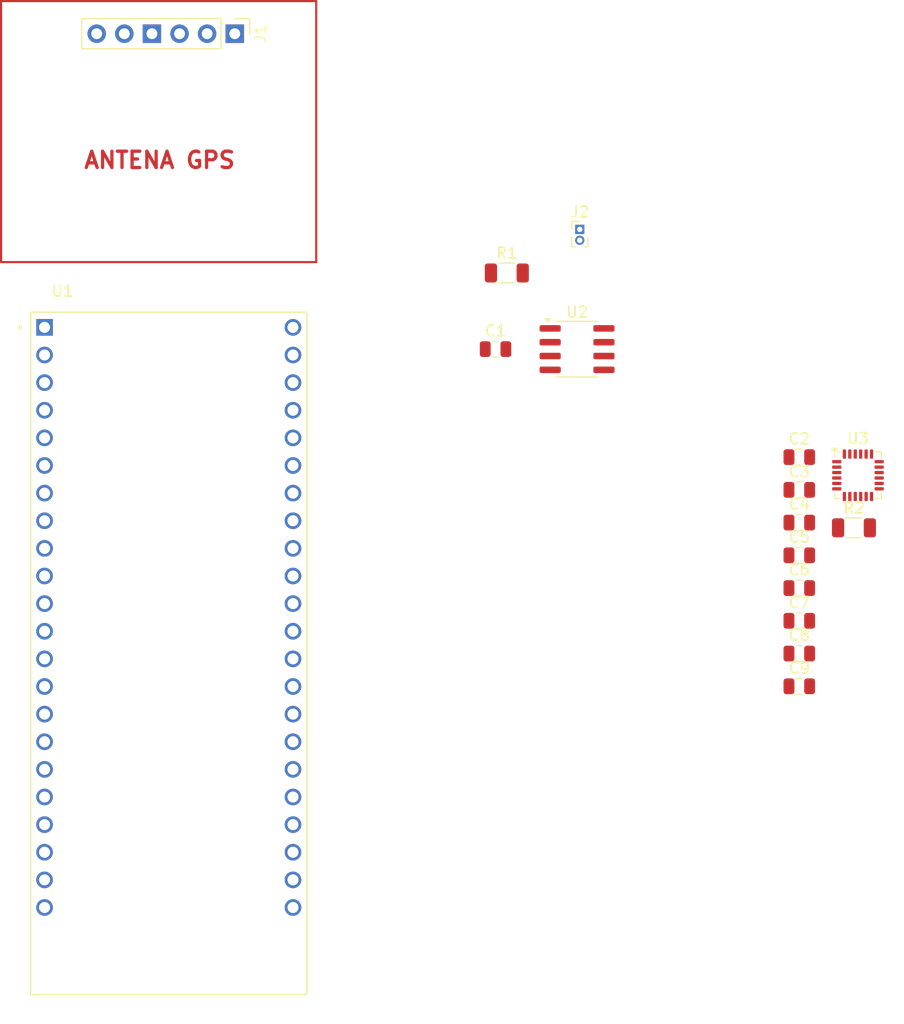
<source format=kicad_pcb>
(kicad_pcb (version 20241229) (generator "pcbnew") (generator_version "9.0")
  (layers (0 "F.Cu" signal) (2 "B.Cu" signal) (13 "F.Paste" user) (15 "B.Paste" user) (5 "F.SilkS" user "F.Silkscreen") (7 "B.SilkS" user "B.Silkscreen") (1 "F.Mask" user) (3 "B.Mask" user) (25 "Edge.Cuts" user))
  (net 0 "")
  (net 1 "GND")
  (net 20 "Net-(U3-REGOUT)")
  (net 36 "PPS")
  (net 37 "TX")
  (net 38 "RX")
  (net 39 "5V")
  (net 40 "3.3V")
  (net 41 "CANL")
  (net 42 "Net-(U3-CPOUT)")
  (net 45 "GPIO17")
  (net 46 "CANH")
  (net 47 "S")
  (net 49 "Net-(J2-Pin_1)")
  (net 50 "SDA")
  (net 51 "SCL")
  (footprint "Conn_01x06:PinHeader_1x06_P2.54mm_Vertical" (layer "F.Cu") (at 87 17.5 -90)
    (property "Reference" "J1" (at 0 -2.38 90) (layer "F.SilkS"))
    (property "Value" "GPS")
    (fp_line (start -1.38 14.08) (end 1.38 14.08) (stroke (width 0.12)) (layer "F.SilkS"))
    (fp_line (start -1.38 1.27) (end -1.38 14.08) (stroke (width 0.12)) (layer "F.SilkS"))
    (fp_line (start -1.38 1.27) (end 1.38 1.27) (stroke (width 0.12)) (layer "F.SilkS"))
    (fp_line (start 1.38 1.27) (end 1.38 14.08) (stroke (width 0.12)) (layer "F.SilkS"))
    (fp_line (start -1.38 0) (end -1.38 -1.38) (stroke (width 0.12)) (layer "F.SilkS"))
    (fp_line (start -1.38 -1.38) (end 0 -1.38) (stroke (width 0.12)) (layer "F.SilkS"))
    (pad "1" thru_hole rect (at 0 0 270) (size 1.7 1.7) (drill 1) (layers "*.Cu" "*.Mask"))
    (pad "2" thru_hole circle (at 0 2.54 270) (size 1.7 1.7) (drill 1) (layers "*.Cu" "*.Mask"))
    (pad "3" thru_hole circle (at 0 5.08 270) (size 1.7 1.7) (drill 1) (layers "*.Cu" "*.Mask") (net 37 "TX"))
    (pad "4" thru_hole rect (at 0 7.62 270) (size 1.7 1.7) (drill 1) (layers "*.Cu" "*.Mask") (net 38 "RX"))
    (pad "5" thru_hole circle (at 0 10.16 270) (size 1.7 1.7) (drill 1) (layers "*.Cu" "*.Mask") (net 1 "GND"))
    (pad "6" thru_hole circle (at 0 12.7 270) (size 1.7 1.7) (drill 1) (layers "*.Cu" "*.Mask") (net 45 "GPIO17"))
  )
  (footprint "ESP32-S3-DEVKITC-1U-N8R2:XCVR_ESP32-S3-DEVKITC-1U-N8R2" (layer "F.Cu") (at 80.93 74.47)
    (property "Reference" "U1" (at -9.775 -33.305 0) (layer "F.SilkS"))
    (property "Value" "ESP32-S3-DEVKITC-1U-N8R2")
    (fp_line (start -12.7 -31.37) (end 12.7 -31.37) (stroke (width 0.127)) (layer "F.SilkS"))
    (fp_line (start -12.7 31.37) (end -12.7 -31.37) (stroke (width 0.127)) (layer "F.SilkS"))
    (fp_line (start 12.7 -31.37) (end 12.7 31.37) (stroke (width 0.127)) (layer "F.SilkS"))
    (fp_line (start 12.7 31.37) (end -12.7 31.37) (stroke (width 0.127)) (layer "F.SilkS"))
    (fp_circle (center -13.716 -29.972) (end -13.616 -29.972) (stroke (width 0.2)) (fill no) (layer "F.SilkS"))
    (pad "J1_1" thru_hole rect (at -11.43 -29.97) (size 1.53 1.53) (drill 1.02) (layers "*.Cu" "*.Mask") (net 40 "3.3V"))
    (pad "J1_2" thru_hole circle (at -11.43 -27.43) (size 1.53 1.53) (drill 1.02) (layers "*.Cu" "*.Mask") (net 40 "3.3V"))
    (pad "J1_3" thru_hole circle (at -11.43 -24.89) (size 1.53 1.53) (drill 1.02) (layers "*.Cu" "*.Mask"))
    (pad "J1_4" thru_hole circle (at -11.43 -22.35) (size 1.53 1.53) (drill 1.02) (layers "*.Cu" "*.Mask"))
    (pad "J1_5" thru_hole circle (at -11.43 -19.81) (size 1.53 1.53) (drill 1.02) (layers "*.Cu" "*.Mask") (net 36 "PPS"))
    (pad "J1_6" thru_hole circle (at -11.43 -17.27) (size 1.53 1.53) (drill 1.02) (layers "*.Cu" "*.Mask"))
    (pad "J1_7" thru_hole circle (at -11.43 -14.73) (size 1.53 1.53) (drill 1.02) (layers "*.Cu" "*.Mask"))
    (pad "J1_8" thru_hole circle (at -11.43 -12.19) (size 1.53 1.53) (drill 1.02) (layers "*.Cu" "*.Mask"))
    (pad "J1_9" thru_hole circle (at -11.43 -9.65) (size 1.53 1.53) (drill 1.02) (layers "*.Cu" "*.Mask"))
    (pad "J1_10" thru_hole circle (at -11.43 -7.11) (size 1.53 1.53) (drill 1.02) (layers "*.Cu" "*.Mask") (net 45 "GPIO17"))
    (pad "J1_11" thru_hole circle (at -11.43 -4.57) (size 1.53 1.53) (drill 1.02) (layers "*.Cu" "*.Mask"))
    (pad "J1_12" thru_hole circle (at -11.43 -2.03) (size 1.53 1.53) (drill 1.02) (layers "*.Cu" "*.Mask"))
    (pad "J1_13" thru_hole circle (at -11.43 0.51) (size 1.53 1.53) (drill 1.02) (layers "*.Cu" "*.Mask"))
    (pad "J1_14" thru_hole circle (at -11.43 3.05) (size 1.53 1.53) (drill 1.02) (layers "*.Cu" "*.Mask"))
    (pad "J1_15" thru_hole circle (at -11.43 5.59) (size 1.53 1.53) (drill 1.02) (layers "*.Cu" "*.Mask"))
    (pad "J1_16" thru_hole circle (at -11.43 8.13) (size 1.53 1.53) (drill 1.02) (layers "*.Cu" "*.Mask"))
    (pad "J1_17" thru_hole circle (at -11.43 10.67) (size 1.53 1.53) (drill 1.02) (layers "*.Cu" "*.Mask"))
    (pad "J1_18" thru_hole circle (at -11.43 13.21) (size 1.53 1.53) (drill 1.02) (layers "*.Cu" "*.Mask"))
    (pad "J1_19" thru_hole circle (at -11.43 15.75) (size 1.53 1.53) (drill 1.02) (layers "*.Cu" "*.Mask"))
    (pad "J1_20" thru_hole circle (at -11.43 18.29) (size 1.53 1.53) (drill 1.02) (layers "*.Cu" "*.Mask"))
    (pad "J1_21" thru_hole circle (at -11.43 20.83) (size 1.53 1.53) (drill 1.02) (layers "*.Cu" "*.Mask") (net 39 "5V"))
    (pad "J1_22" thru_hole circle (at -11.43 23.37) (size 1.53 1.53) (drill 1.02) (layers "*.Cu" "*.Mask") (net 1 "GND"))
    (pad "J3_1" thru_hole circle (at 11.43 -29.97) (size 1.53 1.53) (drill 1.02) (layers "*.Cu" "*.Mask") (net 1 "GND"))
    (pad "J3_2" thru_hole circle (at 11.43 -27.43) (size 1.53 1.53) (drill 1.02) (layers "*.Cu" "*.Mask") (net 37 "TX"))
    (pad "J3_3" thru_hole circle (at 11.43 -24.89) (size 1.53 1.53) (drill 1.02) (layers "*.Cu" "*.Mask") (net 38 "RX"))
    (pad "J3_4" thru_hole circle (at 11.43 -22.35) (size 1.53 1.53) (drill 1.02) (layers "*.Cu" "*.Mask"))
    (pad "J3_5" thru_hole circle (at 11.43 -19.81) (size 1.53 1.53) (drill 1.02) (layers "*.Cu" "*.Mask"))
    (pad "J3_6" thru_hole circle (at 11.43 -17.27) (size 1.53 1.53) (drill 1.02) (layers "*.Cu" "*.Mask"))
    (pad "J3_7" thru_hole circle (at 11.43 -14.73) (size 1.53 1.53) (drill 1.02) (layers "*.Cu" "*.Mask"))
    (pad "J3_8" thru_hole circle (at 11.43 -12.19) (size 1.53 1.53) (drill 1.02) (layers "*.Cu" "*.Mask"))
    (pad "J3_9" thru_hole circle (at 11.43 -9.65) (size 1.53 1.53) (drill 1.02) (layers "*.Cu" "*.Mask"))
    (pad "J3_10" thru_hole circle (at 11.43 -7.11) (size 1.53 1.53) (drill 1.02) (layers "*.Cu" "*.Mask"))
    (pad "J3_11" thru_hole circle (at 11.43 -4.57) (size 1.53 1.53) (drill 1.02) (layers "*.Cu" "*.Mask"))
    (pad "J3_12" thru_hole circle (at 11.43 -2.03) (size 1.53 1.53) (drill 1.02) (layers "*.Cu" "*.Mask"))
    (pad "J3_13" thru_hole circle (at 11.43 0.51) (size 1.53 1.53) (drill 1.02) (layers "*.Cu" "*.Mask"))
    (pad "J3_14" thru_hole circle (at 11.43 3.05) (size 1.53 1.53) (drill 1.02) (layers "*.Cu" "*.Mask"))
    (pad "J3_15" thru_hole circle (at 11.43 5.59) (size 1.53 1.53) (drill 1.02) (layers "*.Cu" "*.Mask"))
    (pad "J3_16" thru_hole circle (at 11.43 8.13) (size 1.53 1.53) (drill 1.02) (layers "*.Cu" "*.Mask"))
    (pad "J3_17" thru_hole circle (at 11.43 10.67) (size 1.53 1.53) (drill 1.02) (layers "*.Cu" "*.Mask"))
    (pad "J3_18" thru_hole circle (at 11.43 13.21) (size 1.53 1.53) (drill 1.02) (layers "*.Cu" "*.Mask"))
    (pad "J3_19" thru_hole circle (at 11.43 15.75) (size 1.53 1.53) (drill 1.02) (layers "*.Cu" "*.Mask"))
    (pad "J3_20" thru_hole circle (at 11.43 18.29) (size 1.53 1.53) (drill 1.02) (layers "*.Cu" "*.Mask"))
    (pad "J3_21" thru_hole circle (at 11.43 20.83) (size 1.53 1.53) (drill 1.02) (layers "*.Cu" "*.Mask") (net 1 "GND"))
    (pad "J3_22" thru_hole circle (at 11.43 23.37) (size 1.53 1.53) (drill 1.02) (layers "*.Cu" "*.Mask") (net 1 "GND"))
  )
  (footprint "Capacitor_SMD:C_0805_2012Metric" (layer "F.Cu") (at 138.95 68.47)
    (property "Reference" "C6" (at 0 -1.68 0) (layer "F.SilkS"))
    (property "Value" "100nF")
    (fp_line (start -0.261252 -0.735) (end 0.261252 -0.735) (stroke (width 0.12)) (layer "F.SilkS"))
    (fp_line (start -0.261252 0.735) (end 0.261252 0.735) (stroke (width 0.12)) (layer "F.SilkS"))
    (pad "1" smd roundrect (at -0.95 0) (size 1 1.45) (layers "F.Cu" "F.Mask" "F.Paste") (net 20 "Net-(U3-REGOUT)"))
    (pad "2" smd roundrect (at 0.95 0) (size 1 1.45) (layers "F.Cu" "F.Mask" "F.Paste") (net 1 "GND"))
  )
  (footprint "Capacitor_SMD:C_0805_2012Metric" (layer "F.Cu") (at 138.95 65.46)
    (property "Reference" "C5" (at 0 -1.68 0) (layer "F.SilkS"))
    (property "Value" "100nF")
    (fp_line (start -0.261252 -0.735) (end 0.261252 -0.735) (stroke (width 0.12)) (layer "F.SilkS"))
    (fp_line (start -0.261252 0.735) (end 0.261252 0.735) (stroke (width 0.12)) (layer "F.SilkS"))
    (pad "1" smd roundrect (at -0.95 0) (size 1 1.45) (layers "F.Cu" "F.Mask" "F.Paste") (net 1 "GND"))
    (pad "2" smd roundrect (at 0.95 0) (size 1 1.45) (layers "F.Cu" "F.Mask" "F.Paste") (net 40 "3.3V"))
  )
  (footprint "Capacitor_SMD:C_0805_2012Metric" (layer "F.Cu") (at 138.95 71.48)
    (property "Reference" "C7" (at 0 -1.68 0) (layer "F.SilkS"))
    (property "Value" "100nF")
    (fp_line (start -0.261252 -0.735) (end 0.261252 -0.735) (stroke (width 0.12)) (layer "F.SilkS"))
    (fp_line (start -0.261252 0.735) (end 0.261252 0.735) (stroke (width 0.12)) (layer "F.SilkS"))
    (pad "1" smd roundrect (at -0.95 0) (size 1 1.45) (layers "F.Cu" "F.Mask" "F.Paste") (net 40 "3.3V"))
    (pad "2" smd roundrect (at 0.95 0) (size 1 1.45) (layers "F.Cu" "F.Mask" "F.Paste") (net 1 "GND"))
  )
  (footprint "Capacitor_SMD:C_0805_2012Metric" (layer "F.Cu") (at 138.95 77.5)
    (property "Reference" "C9" (at 0 -1.68 0) (layer "F.SilkS"))
    (property "Value" "100nF")
    (fp_line (start -0.261252 -0.735) (end 0.261252 -0.735) (stroke (width 0.12)) (layer "F.SilkS"))
    (fp_line (start -0.261252 0.735) (end 0.261252 0.735) (stroke (width 0.12)) (layer "F.SilkS"))
    (pad "1" smd roundrect (at -0.95 0) (size 1 1.45) (layers "F.Cu" "F.Mask" "F.Paste") (net 42 "Net-(U3-CPOUT)"))
    (pad "2" smd roundrect (at 0.95 0) (size 1 1.45) (layers "F.Cu" "F.Mask" "F.Paste") (net 1 "GND"))
  )
  (footprint "Connector_PinHeader_1.00mm:PinHeader_1x02_P1.00mm_Vertical" (layer "F.Cu") (at 118.75 35.49)
    (property "Reference" "J2" (at 0 -1.61 0) (layer "F.SilkS"))
    (property "Value" "Jumper")
    (fp_line (start -0.745 -0.735) (end 0 -0.735) (stroke (width 0.12)) (layer "F.SilkS"))
    (fp_line (start -0.745 0) (end -0.745 -0.735) (stroke (width 0.12)) (layer "F.SilkS"))
    (fp_line (start -0.745 0.735) (end -0.745 1.61) (stroke (width 0.12)) (layer "F.SilkS"))
    (fp_line (start -0.745 0.735) (end -0.685565 0.735) (stroke (width 0.12)) (layer "F.SilkS"))
    (fp_line (start -0.745 1.61) (end -0.41003 1.61) (stroke (width 0.12)) (layer "F.SilkS"))
    (fp_line (start 0.41003 1.61) (end 0.745 1.61) (stroke (width 0.12)) (layer "F.SilkS"))
    (fp_line (start 0.685565 0.735) (end 0.745 0.735) (stroke (width 0.12)) (layer "F.SilkS"))
    (fp_line (start 0.745 0.735) (end 0.745 1.61) (stroke (width 0.12)) (layer "F.SilkS"))
    (pad "1" thru_hole rect (at 0 0) (size 0.85 0.85) (drill 0.5) (layers "*.Cu" "*.Mask") (net 49 "Net-(J2-Pin_1)"))
    (pad "2" thru_hole circle (at 0 1) (size 0.85 0.85) (drill 0.5) (layers "*.Cu" "*.Mask") (net 41 "CANL"))
  )
  (footprint "Package_SO:SOIC-8_3.9x4.9mm_P1.27mm" (layer "F.Cu") (at 118.5 46.5)
    (property "Reference" "U2" (at 0 -3.4 0) (layer "F.SilkS"))
    (property "Value" "TJA1051T")
    (fp_line (start 0 -2.56) (end -1.95 -2.56) (stroke (width 0.12)) (layer "F.SilkS"))
    (fp_line (start 0 -2.56) (end 1.95 -2.56) (stroke (width 0.12)) (layer "F.SilkS"))
    (fp_line (start 0 2.56) (end -1.95 2.56) (stroke (width 0.12)) (layer "F.SilkS"))
    (fp_line (start 0 2.56) (end 1.95 2.56) (stroke (width 0.12)) (layer "F.SilkS"))
    (fp_poly (pts (xy -2.7 -2.465) (xy -2.94 -2.795) (xy -2.46 -2.795)) (stroke (width 0.12)) (fill yes) (layer "F.SilkS"))
    (pad "1" smd roundrect (at -2.475 -1.905) (size 1.95 0.6) (layers "F.Cu" "F.Mask" "F.Paste") (net 37 "TX"))
    (pad "2" smd roundrect (at -2.475 -0.635) (size 1.95 0.6) (layers "F.Cu" "F.Mask" "F.Paste") (net 1 "GND"))
    (pad "3" smd roundrect (at -2.475 0.635) (size 1.95 0.6) (layers "F.Cu" "F.Mask" "F.Paste") (net 40 "3.3V"))
    (pad "4" smd roundrect (at -2.475 1.905) (size 1.95 0.6) (layers "F.Cu" "F.Mask" "F.Paste") (net 38 "RX"))
    (pad "5" smd roundrect (at 2.475 1.905) (size 1.95 0.6) (layers "F.Cu" "F.Mask" "F.Paste"))
    (pad "6" smd roundrect (at 2.475 0.635) (size 1.95 0.6) (layers "F.Cu" "F.Mask" "F.Paste") (net 41 "CANL"))
    (pad "7" smd roundrect (at 2.475 -0.635) (size 1.95 0.6) (layers "F.Cu" "F.Mask" "F.Paste") (net 46 "CANH"))
    (pad "8" smd roundrect (at 2.475 -1.905) (size 1.95 0.6) (layers "F.Cu" "F.Mask" "F.Paste") (net 47 "S"))
  )
  (footprint "Capacitor_SMD:C_0805_2012Metric" (layer "F.Cu") (at 138.95 56.43)
    (property "Reference" "C2" (at 0 -1.68 0) (layer "F.SilkS"))
    (property "Value" "0.1uF")
    (fp_line (start -0.261252 -0.735) (end 0.261252 -0.735) (stroke (width 0.12)) (layer "F.SilkS"))
    (fp_line (start -0.261252 0.735) (end 0.261252 0.735) (stroke (width 0.12)) (layer "F.SilkS"))
    (pad "1" smd roundrect (at -0.95 0) (size 1 1.45) (layers "F.Cu" "F.Mask" "F.Paste") (net 39 "5V"))
    (pad "2" smd roundrect (at 0.95 0) (size 1 1.45) (layers "F.Cu" "F.Mask" "F.Paste") (net 1 "GND"))
  )
  (footprint "Sensor_Motion:InvenSense_QFN-24_4x4mm_P0.5mm" (layer "F.Cu") (at 144.35 58.1)
    (property "Reference" "U3" (at 0 -3.375 0) (layer "F.SilkS"))
    (property "Value" "MPU-6000")
    (fp_line (start -2.15 -1.685) (end -2.15 -1.91) (stroke (width 0.12)) (layer "F.SilkS"))
    (fp_line (start -2.15 2.15) (end -2.15 1.625) (stroke (width 0.12)) (layer "F.SilkS"))
    (fp_line (start -2.15 2.15) (end -1.625 2.15) (stroke (width 0.12)) (layer "F.SilkS"))
    (fp_line (start -1.625 -2.15) (end -1.85 -2.15) (stroke (width 0.12)) (layer "F.SilkS"))
    (fp_line (start 2.15 -2.15) (end 1.625 -2.15) (stroke (width 0.12)) (layer "F.SilkS"))
    (fp_line (start 2.15 -2.15) (end 2.15 -1.625) (stroke (width 0.12)) (layer "F.SilkS"))
    (fp_line (start 2.15 2.15) (end 1.625 2.15) (stroke (width 0.12)) (layer "F.SilkS"))
    (fp_line (start 2.15 2.15) (end 2.15 1.625) (stroke (width 0.12)) (layer "F.SilkS"))
    (fp_poly (pts (xy -2.15 -2.15) (xy -2.39 -2.48) (xy -1.91 -2.48) (xy -2.15 -2.15)) (stroke (width 0.12)) (fill yes) (layer "F.SilkS"))
    (pad "1" smd roundrect (at -1.95 -1.25) (size 0.85 0.3) (layers "F.Cu" "F.Mask" "F.Paste") (net 40 "3.3V"))
    (pad "2" smd roundrect (at -1.95 -0.75) (size 0.85 0.3) (layers "F.Cu" "F.Mask" "F.Paste"))
    (pad "3" smd roundrect (at -1.95 -0.25) (size 0.85 0.3) (layers "F.Cu" "F.Mask" "F.Paste"))
    (pad "4" smd roundrect (at -1.95 0.25) (size 0.85 0.3) (layers "F.Cu" "F.Mask" "F.Paste"))
    (pad "5" smd roundrect (at -1.95 0.75) (size 0.85 0.3) (layers "F.Cu" "F.Mask" "F.Paste"))
    (pad "6" smd roundrect (at -1.95 1.25) (size 0.85 0.3) (layers "F.Cu" "F.Mask" "F.Paste"))
    (pad "7" smd roundrect (at -1.25 1.95 90) (size 0.85 0.3) (layers "F.Cu" "F.Mask" "F.Paste"))
    (pad "8" smd roundrect (at -0.75 1.95 90) (size 0.85 0.3) (layers "F.Cu" "F.Mask" "F.Paste") (net 1 "GND"))
    (pad "9" smd roundrect (at -0.25 1.95 90) (size 0.85 0.3) (layers "F.Cu" "F.Mask" "F.Paste") (net 1 "GND"))
    (pad "10" smd roundrect (at 0.25 1.95 90) (size 0.85 0.3) (layers "F.Cu" "F.Mask" "F.Paste") (net 20 "Net-(U3-REGOUT)"))
    (pad "11" smd roundrect (at 0.75 1.95 90) (size 0.85 0.3) (layers "F.Cu" "F.Mask" "F.Paste") (net 1 "GND"))
    (pad "12" smd roundrect (at 1.25 1.95 90) (size 0.85 0.3) (layers "F.Cu" "F.Mask" "F.Paste"))
    (pad "13" smd roundrect (at 1.95 1.25) (size 0.85 0.3) (layers "F.Cu" "F.Mask" "F.Paste") (net 40 "3.3V"))
    (pad "14" smd roundrect (at 1.95 0.75) (size 0.85 0.3) (layers "F.Cu" "F.Mask" "F.Paste"))
    (pad "15" smd roundrect (at 1.95 0.25) (size 0.85 0.3) (layers "F.Cu" "F.Mask" "F.Paste"))
    (pad "16" smd roundrect (at 1.95 -0.25) (size 0.85 0.3) (layers "F.Cu" "F.Mask" "F.Paste"))
    (pad "17" smd roundrect (at 1.95 -0.75) (size 0.85 0.3) (layers "F.Cu" "F.Mask" "F.Paste"))
    (pad "18" smd roundrect (at 1.95 -1.25) (size 0.85 0.3) (layers "F.Cu" "F.Mask" "F.Paste") (net 1 "GND"))
    (pad "19" smd roundrect (at 1.25 -1.95 90) (size 0.85 0.3) (layers "F.Cu" "F.Mask" "F.Paste"))
    (pad "20" smd roundrect (at 0.75 -1.95 90) (size 0.85 0.3) (layers "F.Cu" "F.Mask" "F.Paste") (net 42 "Net-(U3-CPOUT)"))
    (pad "21" smd roundrect (at 0.25 -1.95 90) (size 0.85 0.3) (layers "F.Cu" "F.Mask" "F.Paste"))
    (pad "22" smd roundrect (at -0.25 -1.95 90) (size 0.85 0.3) (layers "F.Cu" "F.Mask" "F.Paste"))
    (pad "23" smd roundrect (at -0.75 -1.95 90) (size 0.85 0.3) (layers "F.Cu" "F.Mask" "F.Paste") (net 51 "SCL"))
    (pad "24" smd roundrect (at -1.25 -1.95 90) (size 0.85 0.3) (layers "F.Cu" "F.Mask" "F.Paste") (net 50 "SDA"))
  )
  (footprint "Capacitor_SMD:C_0805_2012Metric" (layer "F.Cu") (at 138.95 62.45)
    (property "Reference" "C4" (at 0 -1.68 0) (layer "F.SilkS"))
    (property "Value" "0.1uF")
    (fp_line (start -0.261252 -0.735) (end 0.261252 -0.735) (stroke (width 0.12)) (layer "F.SilkS"))
    (fp_line (start -0.261252 0.735) (end 0.261252 0.735) (stroke (width 0.12)) (layer "F.SilkS"))
    (pad "1" smd roundrect (at -0.95 0) (size 1 1.45) (layers "F.Cu" "F.Mask" "F.Paste") (net 38 "RX"))
    (pad "2" smd roundrect (at 0.95 0) (size 1 1.45) (layers "F.Cu" "F.Mask" "F.Paste") (net 1 "GND"))
  )
  (footprint "Resistor_SMD:R_1206_3216Metric" (layer "F.Cu") (at 143.98 62.93)
    (property "Reference" "R2" (at 0 -1.83 0) (layer "F.SilkS"))
    (property "Value" "120R")
    (fp_line (start -0.727064 -0.91) (end 0.727064 -0.91) (stroke (width 0.12)) (layer "F.SilkS"))
    (fp_line (start -0.727064 0.91) (end 0.727064 0.91) (stroke (width 0.12)) (layer "F.SilkS"))
    (pad "1" smd roundrect (at -1.4625 0) (size 1.125 1.75) (layers "F.Cu" "F.Mask" "F.Paste") (roundrect_rratio 0.222222) (net 47 "S"))
    (pad "2" smd roundrect (at 1.4625 0) (size 1.125 1.75) (layers "F.Cu" "F.Mask" "F.Paste") (roundrect_rratio 0.222222) (net 1 "GND"))
  )
  (footprint "Capacitor_SMD:C_0805_2012Metric" (layer "F.Cu") (at 138.95 59.44)
    (property "Reference" "C3" (at 0 -1.68 0) (layer "F.SilkS"))
    (property "Value" "47uF")
    (fp_line (start -0.261252 -0.735) (end 0.261252 -0.735) (stroke (width 0.12)) (layer "F.SilkS"))
    (fp_line (start -0.261252 0.735) (end 0.261252 0.735) (stroke (width 0.12)) (layer "F.SilkS"))
    (pad "1" smd roundrect (at -0.95 0) (size 1 1.45) (layers "F.Cu" "F.Mask" "F.Paste") (net 39 "5V"))
    (pad "2" smd roundrect (at 0.95 0) (size 1 1.45) (layers "F.Cu" "F.Mask" "F.Paste") (net 1 "GND"))
  )
  (footprint "Resistor_SMD:R_1206_3216Metric" (layer "F.Cu") (at 112.0375 39.5)
    (property "Reference" "R1" (at 0 -1.83 0) (layer "F.SilkS"))
    (property "Value" "120R")
    (fp_line (start -0.727064 -0.91) (end 0.727064 -0.91) (stroke (width 0.12)) (layer "F.SilkS"))
    (fp_line (start -0.727064 0.91) (end 0.727064 0.91) (stroke (width 0.12)) (layer "F.SilkS"))
    (pad "1" smd roundrect (at -1.4625 0) (size 1.125 1.75) (layers "F.Cu" "F.Mask" "F.Paste") (roundrect_rratio 0.222222) (net 46 "CANH"))
    (pad "2" smd roundrect (at 1.4625 0) (size 1.125 1.75) (layers "F.Cu" "F.Mask" "F.Paste") (roundrect_rratio 0.222222) (net 49 "Net-(J2-Pin_1)"))
  )
  (footprint "Capacitor_SMD:C_0805_2012Metric" (layer "F.Cu") (at 138.95 74.49)
    (property "Reference" "C8" (at 0 -1.68 0) (layer "F.SilkS"))
    (property "Value" "1uF")
    (fp_line (start -0.261252 -0.735) (end 0.261252 -0.735) (stroke (width 0.12)) (layer "F.SilkS"))
    (fp_line (start -0.261252 0.735) (end 0.261252 0.735) (stroke (width 0.12)) (layer "F.SilkS"))
    (pad "1" smd roundrect (at -0.95 0) (size 1 1.45) (layers "F.Cu" "F.Mask" "F.Paste") (net 40 "3.3V"))
    (pad "2" smd roundrect (at 0.95 0) (size 1 1.45) (layers "F.Cu" "F.Mask" "F.Paste") (net 1 "GND"))
  )
  (footprint "Capacitor_SMD:C_0805_2012Metric" (layer "F.Cu") (at 111 46.5)
    (property "Reference" "C1" (at 0 -1.68 0) (layer "F.SilkS"))
    (property "Value" "100pF")
    (fp_line (start -0.261252 -0.735) (end 0.261252 -0.735) (stroke (width 0.12)) (layer "F.SilkS"))
    (fp_line (start -0.261252 0.735) (end 0.261252 0.735) (stroke (width 0.12)) (layer "F.SilkS"))
    (pad "1" smd roundrect (at -0.95 0) (size 1 1.45) (layers "F.Cu" "F.Mask" "F.Paste") (net 46 "CANH"))
    (pad "2" smd roundrect (at 0.95 0) (size 1 1.45) (layers "F.Cu" "F.Mask" "F.Paste") (net 41 "CANL"))
  )
  (gr_rect (start 65.5 14.5) (end 94.5 38.5) (stroke (width 0.2)) (fill no) (layer "F.Cu"))
  (gr_text "ANTENA GPS\n" (at 73 30 0) (layer "F.Cu") (effects (font (size 1.5 1.5) (thickness 0.3) (bold yes)) (justify left bottom)))
)
</source>
